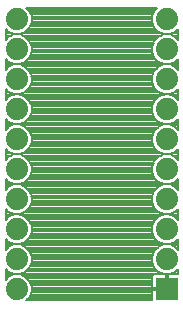
<source format=gbl>
G75*
%MOIN*%
%OFA0B0*%
%FSLAX24Y24*%
%IPPOS*%
%LPD*%
%AMOC8*
5,1,8,0,0,1.08239X$1,22.5*
%
%ADD10R,0.0740X0.0740*%
%ADD11C,0.0740*%
%ADD12C,0.0080*%
D10*
X005640Y000775D03*
D11*
X000640Y000775D03*
X000640Y001775D03*
X000640Y002775D03*
X000640Y003775D03*
X000640Y004775D03*
X000640Y005775D03*
X000640Y006775D03*
X000640Y007775D03*
X000640Y008775D03*
X000640Y009775D03*
X005640Y009775D03*
X005640Y008775D03*
X005640Y007775D03*
X005640Y006775D03*
X005640Y005775D03*
X005640Y004775D03*
X005640Y003775D03*
X005640Y002775D03*
X005640Y001775D03*
D12*
X005600Y001285D02*
X005252Y001285D01*
X005216Y001275D01*
X005184Y001257D01*
X005158Y001231D01*
X005140Y001199D01*
X005130Y001163D01*
X005130Y000815D01*
X005600Y000815D01*
X005600Y001285D01*
X005543Y001285D02*
X005737Y001285D01*
X005918Y001360D01*
X006015Y001457D01*
X006015Y001285D01*
X005680Y001285D01*
X005680Y000815D01*
X005600Y000815D01*
X005600Y000735D01*
X005130Y000735D01*
X005130Y000400D01*
X000958Y000400D01*
X001055Y000497D01*
X001130Y000678D01*
X001130Y000872D01*
X001055Y001053D01*
X000918Y001190D01*
X000737Y001265D01*
X000543Y001265D01*
X000362Y001190D01*
X000265Y001093D01*
X000265Y001457D01*
X000362Y001360D01*
X000543Y001285D01*
X000737Y001285D01*
X000918Y001360D01*
X001055Y001497D01*
X001130Y001678D01*
X001130Y001872D01*
X001055Y002053D01*
X000918Y002190D01*
X000737Y002265D01*
X000543Y002265D01*
X000362Y002190D01*
X000265Y002093D01*
X000265Y002457D01*
X000362Y002360D01*
X000543Y002285D01*
X000737Y002285D01*
X000918Y002360D01*
X001055Y002497D01*
X001130Y002678D01*
X001130Y002872D01*
X001055Y003053D01*
X000918Y003190D01*
X000737Y003265D01*
X000543Y003265D01*
X000362Y003190D01*
X000265Y003093D01*
X000265Y003457D01*
X000362Y003360D01*
X000543Y003285D01*
X000737Y003285D01*
X000918Y003360D01*
X001055Y003497D01*
X001130Y003678D01*
X001130Y003872D01*
X001055Y004053D01*
X000918Y004190D01*
X000737Y004265D01*
X000543Y004265D01*
X000362Y004190D01*
X000265Y004093D01*
X000265Y004457D01*
X000362Y004360D01*
X000543Y004285D01*
X000737Y004285D01*
X000918Y004360D01*
X001055Y004497D01*
X001130Y004678D01*
X001130Y004872D01*
X001055Y005053D01*
X000918Y005190D01*
X000737Y005265D01*
X000543Y005265D01*
X000362Y005190D01*
X000265Y005093D01*
X000265Y005457D01*
X000362Y005360D01*
X000543Y005285D01*
X000737Y005285D01*
X000918Y005360D01*
X001055Y005497D01*
X001130Y005678D01*
X001130Y005872D01*
X001055Y006053D01*
X000918Y006190D01*
X000737Y006265D01*
X000543Y006265D01*
X000362Y006190D01*
X000265Y006093D01*
X000265Y006457D01*
X000362Y006360D01*
X000543Y006285D01*
X000737Y006285D01*
X000918Y006360D01*
X001055Y006497D01*
X001130Y006678D01*
X001130Y006872D01*
X001055Y007053D01*
X000918Y007190D01*
X000737Y007265D01*
X000543Y007265D01*
X000362Y007190D01*
X000265Y007093D01*
X000265Y007457D01*
X000362Y007360D01*
X000543Y007285D01*
X000737Y007285D01*
X000918Y007360D01*
X001055Y007497D01*
X005225Y007497D01*
X005362Y007360D01*
X005543Y007285D01*
X005737Y007285D01*
X005918Y007360D01*
X006015Y007457D01*
X006015Y007093D01*
X005918Y007190D01*
X005737Y007265D01*
X005543Y007265D01*
X005362Y007190D01*
X005225Y007053D01*
X005150Y006872D01*
X005150Y006678D01*
X005225Y006497D01*
X005362Y006360D01*
X005543Y006285D01*
X005737Y006285D01*
X005918Y006360D01*
X006015Y006457D01*
X006015Y006093D01*
X005918Y006190D01*
X005737Y006265D01*
X005543Y006265D01*
X005362Y006190D01*
X005225Y006053D01*
X005150Y005872D01*
X005150Y005678D01*
X005225Y005497D01*
X005362Y005360D01*
X005543Y005285D01*
X005737Y005285D01*
X005918Y005360D01*
X006015Y005457D01*
X006015Y005093D01*
X005918Y005190D01*
X005737Y005265D01*
X005543Y005265D01*
X005362Y005190D01*
X005225Y005053D01*
X005150Y004872D01*
X005150Y004678D01*
X005225Y004497D01*
X005362Y004360D01*
X005543Y004285D01*
X005737Y004285D01*
X005918Y004360D01*
X006015Y004457D01*
X006015Y004093D01*
X005918Y004190D01*
X005737Y004265D01*
X005543Y004265D01*
X005362Y004190D01*
X005225Y004053D01*
X005150Y003872D01*
X005150Y003678D01*
X005225Y003497D01*
X005362Y003360D01*
X005543Y003285D01*
X005737Y003285D01*
X005918Y003360D01*
X006015Y003457D01*
X006015Y003093D01*
X005918Y003190D01*
X005737Y003265D01*
X005543Y003265D01*
X005362Y003190D01*
X005225Y003053D01*
X005150Y002872D01*
X005150Y002678D01*
X005225Y002497D01*
X005362Y002360D01*
X005543Y002285D01*
X005737Y002285D01*
X005918Y002360D01*
X006015Y002457D01*
X006015Y002093D01*
X005918Y002190D01*
X005737Y002265D01*
X005543Y002265D01*
X005362Y002190D01*
X005225Y002053D01*
X005150Y001872D01*
X005150Y001678D01*
X005225Y001497D01*
X005362Y001360D01*
X005543Y001285D01*
X005517Y001296D02*
X000763Y001296D01*
X000853Y001217D02*
X005150Y001217D01*
X005130Y001139D02*
X000969Y001139D01*
X001048Y001060D02*
X005130Y001060D01*
X005130Y000982D02*
X001085Y000982D01*
X001117Y000903D02*
X005130Y000903D01*
X005130Y000825D02*
X001130Y000825D01*
X001130Y000746D02*
X005600Y000746D01*
X005600Y000825D02*
X005680Y000825D01*
X005680Y000903D02*
X005600Y000903D01*
X005600Y000982D02*
X005680Y000982D01*
X005680Y001060D02*
X005600Y001060D01*
X005600Y001139D02*
X005680Y001139D01*
X005680Y001217D02*
X005600Y001217D01*
X005763Y001296D02*
X006015Y001296D01*
X006015Y001374D02*
X005932Y001374D01*
X006010Y001453D02*
X006015Y001453D01*
X006015Y002159D02*
X005949Y002159D01*
X006015Y002238D02*
X005804Y002238D01*
X005812Y002316D02*
X006015Y002316D01*
X006015Y002395D02*
X005952Y002395D01*
X005468Y002316D02*
X000812Y002316D01*
X000804Y002238D02*
X005476Y002238D01*
X005331Y002159D02*
X000949Y002159D01*
X001027Y002081D02*
X005253Y002081D01*
X005204Y002002D02*
X001076Y002002D01*
X001109Y001924D02*
X005171Y001924D01*
X005150Y001845D02*
X001130Y001845D01*
X001130Y001767D02*
X005150Y001767D01*
X005150Y001688D02*
X001130Y001688D01*
X001102Y001610D02*
X005178Y001610D01*
X005211Y001531D02*
X001069Y001531D01*
X001010Y001453D02*
X005270Y001453D01*
X005348Y001374D02*
X000932Y001374D01*
X000517Y001296D02*
X000265Y001296D01*
X000265Y001374D02*
X000348Y001374D01*
X000270Y001453D02*
X000265Y001453D01*
X000265Y001217D02*
X000427Y001217D01*
X000311Y001139D02*
X000265Y001139D01*
X000265Y002159D02*
X000331Y002159D01*
X000265Y002238D02*
X000476Y002238D01*
X000468Y002316D02*
X000265Y002316D01*
X000265Y002395D02*
X000328Y002395D01*
X000265Y003101D02*
X000273Y003101D01*
X000265Y003180D02*
X000352Y003180D01*
X000265Y003258D02*
X000526Y003258D01*
X000418Y003337D02*
X000265Y003337D01*
X000265Y003415D02*
X000307Y003415D01*
X000294Y004122D02*
X000265Y004122D01*
X000265Y004200D02*
X000386Y004200D01*
X000369Y004357D02*
X000265Y004357D01*
X000265Y004279D02*
X006015Y004279D01*
X006015Y004357D02*
X005911Y004357D01*
X005993Y004436D02*
X006015Y004436D01*
X006015Y004200D02*
X005894Y004200D01*
X005986Y004122D02*
X006015Y004122D01*
X006015Y003415D02*
X005973Y003415D01*
X006015Y003337D02*
X005862Y003337D01*
X005928Y003180D02*
X006015Y003180D01*
X006015Y003258D02*
X005754Y003258D01*
X005526Y003258D02*
X000754Y003258D01*
X000862Y003337D02*
X005418Y003337D01*
X005352Y003180D02*
X000928Y003180D01*
X001007Y003101D02*
X005273Y003101D01*
X005212Y003023D02*
X001068Y003023D01*
X001100Y002944D02*
X005180Y002944D01*
X005150Y002866D02*
X001130Y002866D01*
X001130Y002787D02*
X005150Y002787D01*
X005150Y002709D02*
X001130Y002709D01*
X001110Y002630D02*
X005170Y002630D01*
X005202Y002552D02*
X001078Y002552D01*
X001031Y002473D02*
X005249Y002473D01*
X005328Y002395D02*
X000952Y002395D01*
X000973Y003415D02*
X005307Y003415D01*
X005229Y003494D02*
X001051Y003494D01*
X001086Y003572D02*
X005194Y003572D01*
X005161Y003651D02*
X001119Y003651D01*
X001130Y003729D02*
X005150Y003729D01*
X005150Y003808D02*
X001130Y003808D01*
X001124Y003886D02*
X005156Y003886D01*
X005188Y003965D02*
X001092Y003965D01*
X001059Y004043D02*
X005221Y004043D01*
X005294Y004122D02*
X000986Y004122D01*
X000894Y004200D02*
X005386Y004200D01*
X005369Y004357D02*
X000911Y004357D01*
X000993Y004436D02*
X005287Y004436D01*
X005218Y004514D02*
X001062Y004514D01*
X001095Y004593D02*
X005185Y004593D01*
X005153Y004671D02*
X001127Y004671D01*
X001130Y004750D02*
X005150Y004750D01*
X005150Y004828D02*
X001130Y004828D01*
X001116Y004907D02*
X005164Y004907D01*
X005197Y004985D02*
X001083Y004985D01*
X001044Y005064D02*
X005236Y005064D01*
X005314Y005142D02*
X000966Y005142D01*
X000845Y005221D02*
X005435Y005221D01*
X005509Y005299D02*
X000771Y005299D01*
X000935Y005378D02*
X005345Y005378D01*
X005266Y005456D02*
X001014Y005456D01*
X001071Y005535D02*
X005209Y005535D01*
X005177Y005613D02*
X001103Y005613D01*
X001130Y005692D02*
X005150Y005692D01*
X005150Y005770D02*
X001130Y005770D01*
X001130Y005849D02*
X005150Y005849D01*
X005173Y005927D02*
X001107Y005927D01*
X001075Y006006D02*
X005205Y006006D01*
X005256Y006084D02*
X001024Y006084D01*
X000945Y006163D02*
X005335Y006163D01*
X005459Y006320D02*
X000821Y006320D01*
X000795Y006241D02*
X005485Y006241D01*
X005324Y006398D02*
X000956Y006398D01*
X001034Y006477D02*
X005246Y006477D01*
X005201Y006555D02*
X001079Y006555D01*
X001112Y006634D02*
X005168Y006634D01*
X005150Y006712D02*
X001130Y006712D01*
X001130Y006791D02*
X005150Y006791D01*
X005150Y006869D02*
X001130Y006869D01*
X001099Y006948D02*
X005181Y006948D01*
X005214Y007026D02*
X001066Y007026D01*
X001003Y007105D02*
X005277Y007105D01*
X005355Y007183D02*
X000925Y007183D01*
X000870Y007340D02*
X005410Y007340D01*
X005304Y007419D02*
X000976Y007419D01*
X001055Y007497D02*
X001130Y007678D01*
X001130Y007872D01*
X001055Y008053D01*
X000918Y008190D01*
X000737Y008265D01*
X000543Y008265D01*
X000362Y008190D01*
X000265Y008093D01*
X000265Y008457D01*
X000362Y008360D01*
X000543Y008285D01*
X000737Y008285D01*
X000918Y008360D01*
X001055Y008497D01*
X001130Y008678D01*
X001130Y008872D01*
X001055Y009053D01*
X000918Y009190D01*
X000737Y009265D01*
X000543Y009265D01*
X000362Y009190D01*
X000265Y009093D01*
X000265Y009457D01*
X000362Y009360D01*
X000543Y009285D01*
X000737Y009285D01*
X000918Y009360D01*
X001055Y009497D01*
X001130Y009678D01*
X001130Y009872D01*
X001055Y010053D01*
X000958Y010150D01*
X005322Y010150D01*
X005225Y010053D01*
X005150Y009872D01*
X005150Y009678D01*
X005225Y009497D01*
X005362Y009360D01*
X005543Y009285D01*
X005737Y009285D01*
X005918Y009360D01*
X006015Y009457D01*
X006015Y009093D01*
X005918Y009190D01*
X005737Y009265D01*
X005543Y009265D01*
X005362Y009190D01*
X005225Y009053D01*
X005150Y008872D01*
X005150Y008678D01*
X005225Y008497D01*
X005362Y008360D01*
X005543Y008285D01*
X005737Y008285D01*
X005918Y008360D01*
X006015Y008457D01*
X006015Y008093D01*
X005918Y008190D01*
X005737Y008265D01*
X005543Y008265D01*
X005362Y008190D01*
X005225Y008053D01*
X005150Y007872D01*
X005150Y007678D01*
X005225Y007497D01*
X005192Y007576D02*
X001088Y007576D01*
X001120Y007654D02*
X005160Y007654D01*
X005150Y007733D02*
X001130Y007733D01*
X001130Y007811D02*
X005150Y007811D01*
X005157Y007890D02*
X001123Y007890D01*
X001090Y007968D02*
X005190Y007968D01*
X005222Y008047D02*
X001058Y008047D01*
X000983Y008125D02*
X005297Y008125D01*
X005394Y008204D02*
X000886Y008204D01*
X000918Y008361D02*
X005362Y008361D01*
X005283Y008439D02*
X000997Y008439D01*
X001064Y008518D02*
X005216Y008518D01*
X005184Y008596D02*
X001096Y008596D01*
X001129Y008675D02*
X005151Y008675D01*
X005150Y008753D02*
X001130Y008753D01*
X001130Y008832D02*
X005150Y008832D01*
X005166Y008910D02*
X001114Y008910D01*
X001082Y008989D02*
X005198Y008989D01*
X005239Y009067D02*
X001041Y009067D01*
X000962Y009146D02*
X005318Y009146D01*
X005444Y009224D02*
X000836Y009224D01*
X000780Y009303D02*
X005500Y009303D01*
X005341Y009381D02*
X000939Y009381D01*
X001017Y009460D02*
X005263Y009460D01*
X005208Y009538D02*
X001072Y009538D01*
X001105Y009617D02*
X005175Y009617D01*
X005150Y009695D02*
X001130Y009695D01*
X001130Y009774D02*
X005150Y009774D01*
X005150Y009852D02*
X001130Y009852D01*
X001106Y009931D02*
X005174Y009931D01*
X005207Y010009D02*
X001073Y010009D01*
X001020Y010088D02*
X005260Y010088D01*
X005780Y009303D02*
X006015Y009303D01*
X006015Y009381D02*
X005939Y009381D01*
X006015Y009224D02*
X005836Y009224D01*
X005962Y009146D02*
X006015Y009146D01*
X005997Y008439D02*
X006015Y008439D01*
X006015Y008361D02*
X005918Y008361D01*
X006015Y008282D02*
X000265Y008282D01*
X000265Y008204D02*
X000394Y008204D01*
X000362Y008361D02*
X000265Y008361D01*
X000265Y008439D02*
X000283Y008439D01*
X000265Y008125D02*
X000297Y008125D01*
X000265Y007419D02*
X000304Y007419D01*
X000265Y007340D02*
X000410Y007340D01*
X000355Y007183D02*
X000265Y007183D01*
X000265Y007105D02*
X000277Y007105D01*
X000265Y007262D02*
X000534Y007262D01*
X000746Y007262D02*
X005534Y007262D01*
X005746Y007262D02*
X006015Y007262D01*
X006015Y007340D02*
X005870Y007340D01*
X005925Y007183D02*
X006015Y007183D01*
X006003Y007105D02*
X006015Y007105D01*
X006015Y007419D02*
X005976Y007419D01*
X005983Y008125D02*
X006015Y008125D01*
X006015Y008204D02*
X005886Y008204D01*
X005956Y006398D02*
X006015Y006398D01*
X006015Y006320D02*
X005821Y006320D01*
X005795Y006241D02*
X006015Y006241D01*
X006015Y006163D02*
X005945Y006163D01*
X006014Y005456D02*
X006015Y005456D01*
X006015Y005378D02*
X005935Y005378D01*
X006015Y005299D02*
X005771Y005299D01*
X005845Y005221D02*
X006015Y005221D01*
X006015Y005142D02*
X005966Y005142D01*
X006007Y003101D02*
X006015Y003101D01*
X005130Y000668D02*
X001126Y000668D01*
X001093Y000589D02*
X005130Y000589D01*
X005130Y000511D02*
X001061Y000511D01*
X000990Y000432D02*
X005130Y000432D01*
X000509Y005299D02*
X000265Y005299D01*
X000265Y005221D02*
X000435Y005221D01*
X000314Y005142D02*
X000265Y005142D01*
X000265Y005378D02*
X000345Y005378D01*
X000265Y005456D02*
X000266Y005456D01*
X000265Y006163D02*
X000335Y006163D01*
X000265Y006241D02*
X000485Y006241D01*
X000459Y006320D02*
X000265Y006320D01*
X000265Y006398D02*
X000324Y006398D01*
X000265Y004436D02*
X000287Y004436D01*
X000265Y009146D02*
X000318Y009146D01*
X000265Y009224D02*
X000444Y009224D01*
X000500Y009303D02*
X000265Y009303D01*
X000265Y009381D02*
X000341Y009381D01*
M02*

</source>
